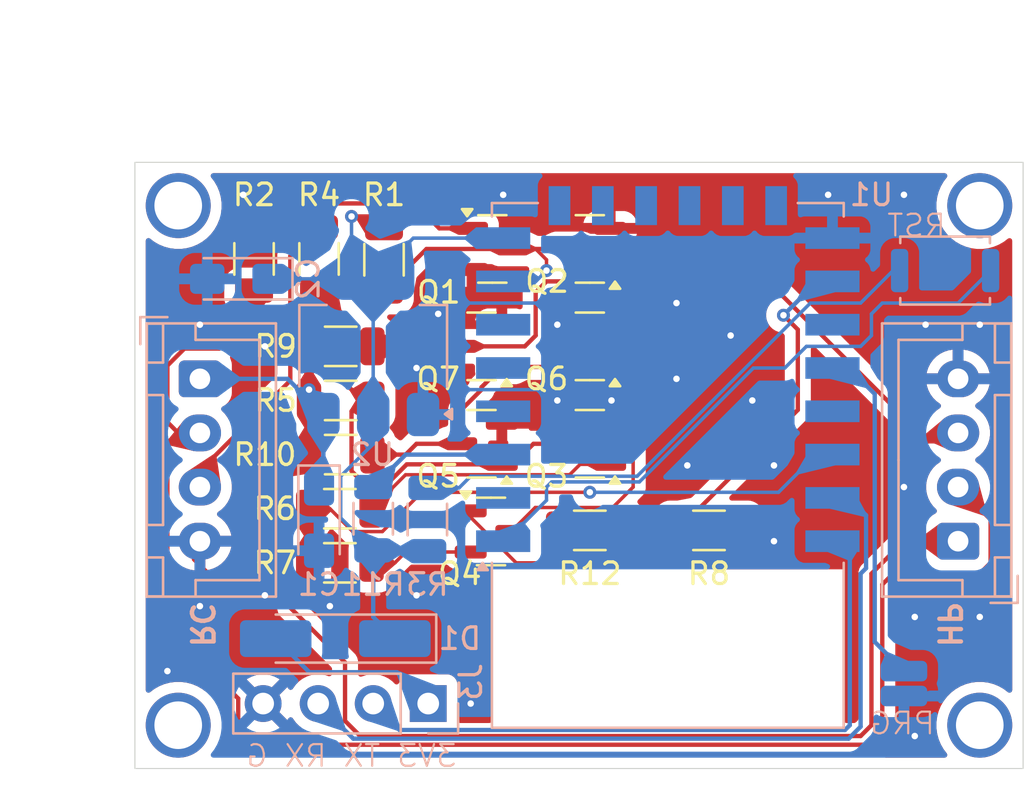
<source format=kicad_pcb>
(kicad_pcb (version 20241229) (generator "pcbnew") (generator_version "9.0")
  (layers (0 "F.Cu" signal) (2 "B.Cu" signal) (13 "F.Paste" user) (15 "B.Paste" user) (5 "F.SilkS" user "F.Silkscreen") (7 "B.SilkS" user "B.Silkscreen") (1 "F.Mask" user) (3 "B.Mask" user) (25 "Edge.Cuts" user))
  (net 0 "")
  (net 1 "GND")
  (net 2 "+5V")
  (net 3 "Net-(D1-A)")
  (net 4 "+3V3")
  (net 5 "Net-(J1-Pin_3)")
  (net 6 "/HP_TX")
  (net 7 "/HP_RX")
  (net 8 "/ESP_PTX")
  (net 9 "/ESP_PRX")
  (net 10 "Net-(Q1-B)")
  (net 11 "/ESP_RX")
  (net 12 "Net-(Q3-B)")
  (net 13 "Net-(Q4-E)")
  (net 14 "Net-(Q4-C)")
  (net 15 "Net-(Q4-B)")
  (net 16 "Net-(Q5-C)")
  (net 17 "/ESP_RTS")
  (net 18 "/ESP_TX")
  (net 19 "Net-(U1-EN)")
  (net 20 "Net-(U1-GPIO0)")
  (net 33 "Net-(Q2-B)")
  (net 34 "Net-(SW2-A)")
  (net 35 "Net-(SW2-B)")
  (footprint "Resistor_SMD:R_1206_3216Metric" (layer "F.Cu") (at 54 40.5 180)
    (property "Reference" "R8" (at 0 -2 0) (layer "F.SilkS"))
    (property "Value" "10k")
    (fp_line (start -0.727064 0.91) (end 0.727064 0.91) (stroke (width 0.12)) (layer "F.SilkS"))
    (fp_line (start -0.727064 -0.91) (end 0.727064 -0.91) (stroke (width 0.12)) (layer "F.SilkS"))
    (pad "1" smd roundrect (at -1.4625 0 180) (size 1.125 1.75) (layers "F.Cu" "F.Mask" "F.Paste") (roundrect_rratio 0.222222) (net 15 "Net-(Q4-B)"))
    (pad "2" smd roundrect (at 1.4625 0 180) (size 1.125 1.75) (layers "F.Cu" "F.Mask" "F.Paste") (roundrect_rratio 0.222222) (net 18 "/ESP_TX"))
  )
  (footprint "Package_TO_SOT_SMD:SOT-23" (layer "F.Cu") (at 43.5 32 180)
    (property "Reference" "Q7" (at 2 -1.5 0) (layer "F.SilkS"))
    (property "Value" "BC847")
    (fp_line (start 0 1.56) (end 0.65 1.56) (stroke (width 0.12)) (layer "F.SilkS"))
    (fp_line (start 0 1.56) (end -0.65 1.56) (stroke (width 0.12)) (layer "F.SilkS"))
    (fp_line (start 0 -1.56) (end 0.65 -1.56) (stroke (width 0.12)) (layer "F.SilkS"))
    (fp_line (start 0 -1.56) (end -0.65 -1.56) (stroke (width 0.12)) (layer "F.SilkS"))
    (fp_poly (pts (xy -1.1625 -1.51) (xy -1.4025 -1.84) (xy -0.9225 -1.84)) (stroke (width 0.12)) (fill yes) (layer "F.SilkS"))
    (pad "1" smd roundrect (at -0.9375 -0.95 180) (size 1.475 0.6) (layers "F.Cu" "F.Mask" "F.Paste") (net 16 "Net-(Q5-C)"))
    (pad "2" smd roundrect (at -0.9375 0.95 180) (size 1.475 0.6) (layers "F.Cu" "F.Mask" "F.Paste") (net 1 "GND"))
    (pad "3" smd roundrect (at 0.9375 0 180) (size 1.475 0.6) (layers "F.Cu" "F.Mask" "F.Paste") (net 7 "/HP_RX"))
  )
  (footprint "Resistor_SMD:R_1206_3216Metric" (layer "F.Cu") (at 36.9625 39.5 180)
    (property "Reference" "R6" (at 3 0 180) (layer "F.SilkS"))
    (property "Value" "1k")
    (fp_line (start -0.727064 0.91) (end 0.727064 0.91) (stroke (width 0.12)) (layer "F.SilkS"))
    (fp_line (start -0.727064 -0.91) (end 0.727064 -0.91) (stroke (width 0.12)) (layer "F.SilkS"))
    (pad "1" smd roundrect (at -1.4625 0 180) (size 1.125 1.75) (layers "F.Cu" "F.Mask" "F.Paste") (roundrect_rratio 0.222222) (net 12 "Net-(Q3-B)"))
    (pad "2" smd roundrect (at 1.4625 0 180) (size 1.125 1.75) (layers "F.Cu" "F.Mask" "F.Paste") (roundrect_rratio 0.222222) (net 17 "/ESP_RTS"))
  )
  (footprint "Resistor_SMD:R_1206_3216Metric" (layer "F.Cu") (at 39 28 -90)
    (property "Reference" "R1" (at -3 0 180) (layer "F.SilkS"))
    (property "Value" "1k")
    (fp_line (start -0.727064 0.91) (end 0.727064 0.91) (stroke (width 0.12)) (layer "F.SilkS"))
    (fp_line (start -0.727064 -0.91) (end 0.727064 -0.91) (stroke (width 0.12)) (layer "F.SilkS"))
    (pad "1" smd roundrect (at -1.4625 0 270) (size 1.125 1.75) (layers "F.Cu" "F.Mask" "F.Paste") (roundrect_rratio 0.222222) (net 4 "+3V3"))
    (pad "2" smd roundrect (at 1.4625 0 270) (size 1.125 1.75) (layers "F.Cu" "F.Mask" "F.Paste") (roundrect_rratio 0.222222) (net 11 "/ESP_RX"))
  )
  (footprint "Package_TO_SOT_SMD:SOT-23" (layer "F.Cu") (at 48.5 27.5 180)
    (property "Reference" "Q2" (at 1.975 -1.5 0) (layer "F.SilkS"))
    (property "Value" "BC847")
    (fp_line (start 0 1.56) (end 0.65 1.56) (stroke (width 0.12)) (layer "F.SilkS"))
    (fp_line (start 0 1.56) (end -0.65 1.56) (stroke (width 0.12)) (layer "F.SilkS"))
    (fp_line (start 0 -1.56) (end 0.65 -1.56) (stroke (width 0.12)) (layer "F.SilkS"))
    (fp_line (start 0 -1.56) (end -0.65 -1.56) (stroke (width 0.12)) (layer "F.SilkS"))
    (fp_poly (pts (xy -1.1625 -1.51) (xy -1.4025 -1.84) (xy -0.9225 -1.84)) (stroke (width 0.12)) (fill yes) (layer "F.SilkS"))
    (pad "1" smd roundrect (at -0.9375 -0.95 180) (size 1.475 0.6) (layers "F.Cu" "F.Mask" "F.Paste") (net 33 "Net-(Q2-B)"))
    (pad "2" smd roundrect (at -0.9375 0.95 180) (size 1.475 0.6) (layers "F.Cu" "F.Mask" "F.Paste") (net 1 "GND"))
    (pad "3" smd roundrect (at 0.9375 0 180) (size 1.475 0.6) (layers "F.Cu" "F.Mask" "F.Paste") (net 11 "/ESP_RX"))
  )
  (footprint "Resistor_SMD:R_1206_3216Metric" (layer "F.Cu") (at 36.9625 42 180)
    (property "Reference" "R7" (at 3 0 180) (layer "F.SilkS"))
    (property "Value" "1k")
    (fp_line (start -0.727064 0.91) (end 0.727064 0.91) (stroke (width 0.12)) (layer "F.SilkS"))
    (fp_line (start -0.727064 -0.91) (end 0.727064 -0.91) (stroke (width 0.12)) (layer "F.SilkS"))
    (pad "1" smd roundrect (at -1.4625 0 180) (size 1.125 1.75) (layers "F.Cu" "F.Mask" "F.Paste") (roundrect_rratio 0.222222) (net 13 "Net-(Q4-E)"))
    (pad "2" smd roundrect (at 1.4625 0 180) (size 1.125 1.75) (layers "F.Cu" "F.Mask" "F.Paste") (roundrect_rratio 0.222222) (net 17 "/ESP_RTS"))
  )
  (footprint "Package_TO_SOT_SMD:SOT-23" (layer "F.Cu") (at 48.5 36.5 180)
    (property "Reference" "Q3" (at 2 -1.5 0) (layer "F.SilkS"))
    (property "Value" "BC847")
    (fp_line (start 0 1.56) (end 0.65 1.56) (stroke (width 0.12)) (layer "F.SilkS"))
    (fp_line (start 0 1.56) (end -0.65 1.56) (stroke (width 0.12)) (layer "F.SilkS"))
    (fp_line (start 0 -1.56) (end 0.65 -1.56) (stroke (width 0.12)) (layer "F.SilkS"))
    (fp_line (start 0 -1.56) (end -0.65 -1.56) (stroke (width 0.12)) (layer "F.SilkS"))
    (fp_poly (pts (xy -1.1625 -1.51) (xy -1.4025 -1.84) (xy -0.9225 -1.84)) (stroke (width 0.12)) (fill yes) (layer "F.SilkS"))
    (pad "1" smd roundrect (at -0.9375 -0.95 180) (size 1.475 0.6) (layers "F.Cu" "F.Mask" "F.Paste") (net 12 "Net-(Q3-B)"))
    (pad "2" smd roundrect (at -0.9375 0.95 180) (size 1.475 0.6) (layers "F.Cu" "F.Mask" "F.Paste") (net 1 "GND"))
    (pad "3" smd roundrect (at 0.9375 0 180) (size 1.475 0.6) (layers "F.Cu" "F.Mask" "F.Paste") (net 33 "Net-(Q2-B)"))
  )
  (footprint "Package_TO_SOT_SMD:SOT-23" (layer "F.Cu") (at 43.9375 40.55)
    (property "Reference" "Q4" (at -1.4375 1.95 0) (layer "F.SilkS"))
    (property "Value" "BC857")
    (fp_line (start 0 -1.56) (end -0.65 -1.56) (stroke (width 0.12)) (layer "F.SilkS"))
    (fp_line (start 0 -1.56) (end 0.65 -1.56) (stroke (width 0.12)) (layer "F.SilkS"))
    (fp_line (start 0 1.56) (end -0.65 1.56) (stroke (width 0.12)) (layer "F.SilkS"))
    (fp_line (start 0 1.56) (end 0.65 1.56) (stroke (width 0.12)) (layer "F.SilkS"))
    (fp_poly (pts (xy -1.1625 -1.51) (xy -1.4025 -1.84) (xy -0.9225 -1.84)) (stroke (width 0.12)) (fill yes) (layer "F.SilkS"))
    (pad "1" smd roundrect (at -0.9375 -0.95) (size 1.475 0.6) (layers "F.Cu" "F.Mask" "F.Paste") (net 15 "Net-(Q4-B)"))
    (pad "2" smd roundrect (at -0.9375 0.95) (size 1.475 0.6) (layers "F.Cu" "F.Mask" "F.Paste") (net 13 "Net-(Q4-E)"))
    (pad "3" smd roundrect (at 0.9375 0) (size 1.475 0.6) (layers "F.Cu" "F.Mask" "F.Paste") (net 14 "Net-(Q4-C)"))
  )
  (footprint "Resistor_SMD:R_1206_3216Metric" (layer "F.Cu") (at 36 27.9625 90)
    (property "Reference" "R4" (at 2.9625 0 180) (layer "F.SilkS"))
    (property "Value" "1k")
    (fp_line (start -0.727064 -0.91) (end 0.727064 -0.91) (stroke (width 0.12)) (layer "F.SilkS"))
    (fp_line (start -0.727064 0.91) (end 0.727064 0.91) (stroke (width 0.12)) (layer "F.SilkS"))
    (pad "1" smd roundrect (at -1.4625 0 90) (size 1.125 1.75) (layers "F.Cu" "F.Mask" "F.Paste") (roundrect_rratio 0.222222) (net 33 "Net-(Q2-B)"))
    (pad "2" smd roundrect (at 1.4625 0 90) (size 1.125 1.75) (layers "F.Cu" "F.Mask" "F.Paste") (roundrect_rratio 0.222222) (net 5 "Net-(J1-Pin_3)"))
  )
  (footprint "Package_TO_SOT_SMD:SOT-23" (layer "F.Cu") (at 48.5 32 180)
    (property "Reference" "Q6" (at 2 -1.5 0) (layer "F.SilkS"))
    (property "Value" "BC847")
    (fp_line (start 0 1.56) (end 0.65 1.56) (stroke (width 0.12)) (layer "F.SilkS"))
    (fp_line (start 0 1.56) (end -0.65 1.56) (stroke (width 0.12)) (layer "F.SilkS"))
    (fp_line (start 0 -1.56) (end 0.65 -1.56) (stroke (width 0.12)) (layer "F.SilkS"))
    (fp_line (start 0 -1.56) (end -0.65 -1.56) (stroke (width 0.12)) (layer "F.SilkS"))
    (fp_poly (pts (xy -1.1625 -1.51) (xy -1.4025 -1.84) (xy -0.9225 -1.84)) (stroke (width 0.12)) (fill yes) (layer "F.SilkS"))
    (pad "1" smd roundrect (at -0.9375 -0.95 180) (size 1.475 0.6) (layers "F.Cu" "F.Mask" "F.Paste") (net 14 "Net-(Q4-C)"))
    (pad "2" smd roundrect (at -0.9375 0.95 180) (size 1.475 0.6) (layers "F.Cu" "F.Mask" "F.Paste") (net 1 "GND"))
    (pad "3" smd roundrect (at 0.9375 0 180) (size 1.475 0.6) (layers "F.Cu" "F.Mask" "F.Paste") (net 16 "Net-(Q5-C)"))
  )
  (footprint "Resistor_SMD:R_1206_3216Metric" (layer "F.Cu") (at 33 27.9625 90)
    (property "Reference" "R2" (at 2.9625 0 180) (layer "F.SilkS"))
    (property "Value" "10k")
    (fp_line (start -0.727064 -0.91) (end 0.727064 -0.91) (stroke (width 0.12)) (layer "F.SilkS"))
    (fp_line (start -0.727064 0.91) (end 0.727064 0.91) (stroke (width 0.12)) (layer "F.SilkS"))
    (pad "1" smd roundrect (at -1.4625 0 90) (size 1.125 1.75) (layers "F.Cu" "F.Mask" "F.Paste") (roundrect_rratio 0.222222) (net 6 "/HP_TX"))
    (pad "2" smd roundrect (at 1.4625 0 90) (size 1.125 1.75) (layers "F.Cu" "F.Mask" "F.Paste") (roundrect_rratio 0.222222) (net 10 "Net-(Q1-B)"))
  )
  (footprint "Resistor_SMD:R_1206_3216Metric" (layer "F.Cu") (at 37 32 180)
    (property "Reference" "R9" (at 3 0 180) (layer "F.SilkS"))
    (property "Value" "10k")
    (fp_line (start -0.727064 0.91) (end 0.727064 0.91) (stroke (width 0.12)) (layer "F.SilkS"))
    (fp_line (start -0.727064 -0.91) (end 0.727064 -0.91) (stroke (width 0.12)) (layer "F.SilkS"))
    (pad "1" smd roundrect (at -1.4625 0 180) (size 1.125 1.75) (layers "F.Cu" "F.Mask" "F.Paste") (roundrect_rratio 0.222222) (net 7 "/HP_RX"))
    (pad "2" smd roundrect (at 1.4625 0 180) (size 1.125 1.75) (layers "F.Cu" "F.Mask" "F.Paste") (roundrect_rratio 0.222222) (net 2 "+5V"))
  )
  (footprint "Package_TO_SOT_SMD:SOT-23" (layer "F.Cu") (at 44 27.5)
    (property "Reference" "Q1" (at -2.475 2 0) (layer "F.SilkS"))
    (property "Value" "BC847")
    (fp_line (start 0 -1.56) (end -0.65 -1.56) (stroke (width 0.12)) (layer "F.SilkS"))
    (fp_line (start 0 -1.56) (end 0.65 -1.56) (stroke (width 0.12)) (layer "F.SilkS"))
    (fp_line (start 0 1.56) (end -0.65 1.56) (stroke (width 0.12)) (layer "F.SilkS"))
    (fp_line (start 0 1.56) (end 0.65 1.56) (stroke (width 0.12)) (layer "F.SilkS"))
    (fp_poly (pts (xy -1.1625 -1.51) (xy -1.4025 -1.84) (xy -0.9225 -1.84)) (stroke (width 0.12)) (fill yes) (layer "F.SilkS"))
    (pad "1" smd roundrect (at -0.9375 -0.95) (size 1.475 0.6) (layers "F.Cu" "F.Mask" "F.Paste") (net 10 "Net-(Q1-B)"))
    (pad "2" smd roundrect (at -0.9375 0.95) (size 1.475 0.6) (layers "F.Cu" "F.Mask" "F.Paste") (net 1 "GND"))
    (pad "3" smd roundrect (at 0.9375 0) (size 1.475 0.6) (layers "F.Cu" "F.Mask" "F.Paste") (net 11 "/ESP_RX"))
  )
  (footprint "Resistor_SMD:R_1206_3216Metric" (layer "F.Cu") (at 48.5 40.5 180)
    (property "Reference" "R12" (at 0 -2 0) (layer "F.SilkS"))
    (property "Value" "10k")
    (fp_line (start -0.727064 0.91) (end 0.727064 0.91) (stroke (width 0.12)) (layer "F.SilkS"))
    (fp_line (start -0.727064 -0.91) (end 0.727064 -0.91) (stroke (width 0.12)) (layer "F.SilkS"))
    (pad "1" smd roundrect (at -1.4625 0 180) (size 1.125 1.75) (layers "F.Cu" "F.Mask" "F.Paste") (roundrect_rratio 0.222222) (net 1 "GND"))
    (pad "2" smd roundrect (at 1.4625 0 180) (size 1.125 1.75) (layers "F.Cu" "F.Mask" "F.Paste") (roundrect_rratio 0.222222) (net 18 "/ESP_TX"))
  )
  (footprint "Resistor_SMD:R_1206_3216Metric" (layer "F.Cu") (at 37 37 180)
    (property "Reference" "R10" (at 3.5 0 180) (layer "F.SilkS"))
    (property "Value" "10k")
    (fp_line (start -0.727064 0.91) (end 0.727064 0.91) (stroke (width 0.12)) (layer "F.SilkS"))
    (fp_line (start -0.727064 -0.91) (end 0.727064 -0.91) (stroke (width 0.12)) (layer "F.SilkS"))
    (pad "1" smd roundrect (at -1.4625 0 180) (size 1.125 1.75) (layers "F.Cu" "F.Mask" "F.Paste") (roundrect_rratio 0.222222) (net 16 "Net-(Q5-C)"))
    (pad "2" smd roundrect (at 1.4625 0 180) (size 1.125 1.75) (layers "F.Cu" "F.Mask" "F.Paste") (roundrect_rratio 0.222222) (net 2 "+5V"))
  )
  (footprint "Resistor_SMD:R_1206_3216Metric" (layer "F.Cu") (at 37 34.5)
    (property "Reference" "R5" (at -3 0 180) (layer "F.SilkS"))
    (property "Value" "20k")
    (fp_line (start -0.727064 -0.91) (end 0.727064 -0.91) (stroke (width 0.12)) (layer "F.SilkS"))
    (fp_line (start -0.727064 0.91) (end 0.727064 0.91) (stroke (width 0.12)) (layer "F.SilkS"))
    (pad "1" smd roundrect (at -1.4625 0) (size 1.125 1.75) (layers "F.Cu" "F.Mask" "F.Paste") (roundrect_rratio 0.222222) (net 2 "+5V"))
    (pad "2" smd roundrect (at 1.4625 0) (size 1.125 1.75) (layers "F.Cu" "F.Mask" "F.Paste") (roundrect_rratio 0.222222) (net 33 "Net-(Q2-B)"))
  )
  (footprint "Package_TO_SOT_SMD:SOT-23" (layer "F.Cu") (at 43.5 36.5 180)
    (property "Reference" "Q5" (at 2 -1.5 0) (layer "F.SilkS"))
    (property "Value" "BC847")
    (fp_line (start 0 1.56) (end 0.65 1.56) (stroke (width 0.12)) (layer "F.SilkS"))
    (fp_line (start 0 1.56) (end -0.65 1.56) (stroke (width 0.12)) (layer "F.SilkS"))
    (fp_line (start 0 -1.56) (end 0.65 -1.56) (stroke (width 0.12)) (layer "F.SilkS"))
    (fp_line (start 0 -1.56) (end -0.65 -1.56) (stroke (width 0.12)) (layer "F.SilkS"))
    (fp_poly (pts (xy -1.1625 -1.51) (xy -1.4025 -1.84) (xy -0.9225 -1.84)) (stroke (width 0.12)) (fill yes) (layer "F.SilkS"))
    (pad "1" smd roundrect (at -0.9375 -0.95 180) (size 1.475 0.6) (layers "F.Cu" "F.Mask" "F.Paste") (net 33 "Net-(Q2-B)"))
    (pad "2" smd roundrect (at -0.9375 0.95 180) (size 1.475 0.6) (layers "F.Cu" "F.Mask" "F.Paste") (net 1 "GND"))
    (pad "3" smd roundrect (at 0.9375 0 180) (size 1.475 0.6) (layers "F.Cu" "F.Mask" "F.Paste") (net 16 "Net-(Q5-C)"))
  )
  (footprint "Resistor_SMD:R_0508_1220Metric" (layer "B.Cu") (at 63 47.575 -90)
    (property "Reference" "SW1" (hide yes))
    (property "Value" "Flash")
    (pad "1" smd roundrect (at -0.575 0 270) (size 0.95 2.15) (layers "B.Cu" "B.Mask" "B.Paste") (net 20 "Net-(U1-GPIO0)"))
    (pad "2" smd roundrect (at 0.575 0 270) (size 0.95 2.15) (layers "B.Cu" "B.Mask" "B.Paste") (net 1 "GND"))
  )
  (footprint "Button_Switch_SMD:SW_Push_SPST_NO_Alps_SKRK" (layer "B.Cu") (at 64.9 28.5)
    (property "Reference" "SW2" (hide yes))
    (property "Value" "RESET")
    (fp_line (start -2.07 -1.57) (end -2.07 -1.27) (stroke (width 0.12)) (layer "B.SilkS"))
    (fp_line (start -2.07 1.27) (end -2.07 1.57) (stroke (width 0.12)) (layer "B.SilkS"))
    (fp_line (start -2.07 1.57) (end 2.07 1.57) (stroke (width 0.12)) (layer "B.SilkS"))
    (fp_line (start 2.07 -1.57) (end -2.07 -1.57) (stroke (width 0.12)) (layer "B.SilkS"))
    (fp_line (start 2.07 -1.27) (end 2.07 -1.57) (stroke (width 0.12)) (layer "B.SilkS"))
    (fp_line (start 2.07 1.57) (end 2.07 1.27) (stroke (width 0.12)) (layer "B.SilkS"))
    (pad "1" smd roundrect (at -2.1 0) (size 0.8 2) (layers "B.Cu" "B.Mask" "B.Paste") (net 34 "Net-(SW2-A)"))
    (pad "2" smd roundrect (at 2.1 0) (size 0.8 2) (layers "B.Cu" "B.Mask" "B.Paste") (net 35 "Net-(SW2-B)"))
  )
  (footprint "Connector_PinHeader_2.54mm:PinHeader_1x04_P2.54mm_Vertical" (layer "B.Cu") (at 41.04 48.5 90)
    (property "Reference" "J3" (at 1 1.96 90) (layer "B.SilkS") (effects (justify mirror)))
    (property "Value" "ESP_PROG")
    (fp_line (start -1.38 -9) (end 1.38 -9) (stroke (width 0.12)) (layer "B.SilkS"))
    (fp_line (start 1.38 -1.27) (end 1.38 -9) (stroke (width 0.12)) (layer "B.SilkS"))
    (fp_line (start -1.38 -1.27) (end -1.38 -9) (stroke (width 0.12)) (layer "B.SilkS"))
    (fp_line (start -1.38 -1.27) (end 1.38 -1.27) (stroke (width 0.12)) (layer "B.SilkS"))
    (fp_line (start -1.38 0) (end -1.38 1.38) (stroke (width 0.12)) (layer "B.SilkS"))
    (fp_line (start -1.38 1.38) (end 0 1.38) (stroke (width 0.12)) (layer "B.SilkS"))
    (pad "1" thru_hole rect (at 0 0 90) (size 1.7 1.7) (drill 1) (layers "*.Cu" "*.Mask") (net 3 "Net-(D1-A)"))
    (pad "2" thru_hole circle (at 0 -2.54 90) (size 1.7 1.7) (drill 1) (layers "*.Cu" "*.Mask") (net 8 "/ESP_PTX"))
    (pad "3" thru_hole circle (at 0 -5.08 90) (size 1.7 1.7) (drill 1) (layers "*.Cu" "*.Mask") (net 9 "/ESP_PRX"))
    (pad "4" thru_hole circle (at 0 -7.62 90) (size 1.7 1.7) (drill 1) (layers "*.Cu" "*.Mask") (net 1 "GND"))
  )
  (footprint "Resistor_SMD:R_1206_3216Metric" (layer "B.Cu") (at 38.5 39.9625 -90)
    (property "Reference" "R11" (at 3.0375 0 180) (layer "B.SilkS") (effects (justify mirror)))
    (property "Value" "1k")
    (fp_line (start -0.727064 0.91) (end 0.727064 0.91) (stroke (width 0.12)) (layer "B.SilkS"))
    (fp_line (start -0.727064 -0.91) (end 0.727064 -0.91) (stroke (width 0.12)) (layer "B.SilkS"))
    (pad "1" smd roundrect (at -1.4625 0 270) (size 1.125 1.75) (layers "B.Cu" "B.Mask" "B.Paste") (roundrect_rratio 0.222222) (net 19 "Net-(U1-EN)"))
    (pad "2" smd roundrect (at 1.4625 0 270) (size 1.125 1.75) (layers "B.Cu" "B.Mask" "B.Paste") (roundrect_rratio 0.222222) (net 4 "+3V3"))
  )
  (footprint "Connector_JST:JST_XH_B4B-XH-A_1x04_P2.50mm_Vertical" (layer "B.Cu") (at 30.5 33.5 -90)
    (property "Reference" "J1" (hide yes))
    (property "Value" "RC_CABLE")
    (fp_line (start -2.85 2.75) (end -2.85 1.5) (stroke (width 0.12)) (layer "B.SilkS"))
    (fp_line (start -1.6 2.75) (end -2.85 2.75) (stroke (width 0.12)) (layer "B.SilkS"))
    (fp_line (start -2.56 2.46) (end -2.56 -3.51) (stroke (width 0.12)) (layer "B.SilkS"))
    (fp_line (start 10.06 2.46) (end -2.56 2.46) (stroke (width 0.12)) (layer "B.SilkS"))
    (fp_line (start -2.55 2.45) (end -2.55 1.7) (stroke (width 0.12)) (layer "B.SilkS"))
    (fp_line (start -0.75 2.45) (end -2.55 2.45) (stroke (width 0.12)) (layer "B.SilkS"))
    (fp_line (start 0.75 2.45) (end 0.75 1.7) (stroke (width 0.12)) (layer "B.SilkS"))
    (fp_line (start 6.75 2.45) (end 0.75 2.45) (stroke (width 0.12)) (layer "B.SilkS"))
    (fp_line (start 8.25 2.45) (end 8.25 1.7) (stroke (width 0.12)) (layer "B.SilkS"))
    (fp_line (start 10.05 2.45) (end 8.25 2.45) (stroke (width 0.12)) (layer "B.SilkS"))
    (fp_line (start -2.55 1.7) (end -0.75 1.7) (stroke (width 0.12)) (layer "B.SilkS"))
    (fp_line (start -0.75 1.7) (end -0.75 2.45) (stroke (width 0.12)) (layer "B.SilkS"))
    (fp_line (start 0.75 1.7) (end 6.75 1.7) (stroke (width 0.12)) (layer "B.SilkS"))
    (fp_line (start 6.75 1.7) (end 6.75 2.45) (stroke (width 0.12)) (layer "B.SilkS"))
    (fp_line (start 8.25 1.7) (end 10.05 1.7) (stroke (width 0.12)) (layer "B.SilkS"))
    (fp_line (start 10.05 1.7) (end 10.05 2.45) (stroke (width 0.12)) (layer "B.SilkS"))
    (fp_line (start -2.55 0.2) (end -1.8 0.2) (stroke (width 0.12)) (layer "B.SilkS"))
    (fp_line (start -1.8 0.2) (end -1.8 -2.75) (stroke (width 0.12)) (layer "B.SilkS"))
    (fp_line (start 9.3 0.2) (end 9.3 -2.75) (stroke (width 0.12)) (layer "B.SilkS"))
    (fp_line (start 10.05 0.2) (end 9.3 0.2) (stroke (width 0.12)) (layer "B.SilkS"))
    (fp_line (start -1.8 -2.75) (end 3.75 -2.75) (stroke (width 0.12)) (layer "B.SilkS"))
    (fp_line (start 9.3 -2.75) (end 3.75 -2.75) (stroke (width 0.12)) (layer "B.SilkS"))
    (fp_line (start -2.56 -3.51) (end 10.06 -3.51) (stroke (width 0.12)) (layer "B.SilkS"))
    (fp_line (start 10.06 -3.51) (end 10.06 2.46) (stroke (width 0.12)) (layer "B.SilkS"))
    (pad "1" thru_hole roundrect (at 0 0 270) (size 1.7 1.95) (drill 0.95) (layers "*.Cu" "*.Mask") (roundrect_rratio 0.147059) (net 2 "+5V"))
    (pad "2" thru_hole oval (at 2.5 0 270) (size 1.7 1.95) (drill 0.95) (layers "*.Cu" "*.Mask") (net 6 "/HP_TX"))
    (pad "3" thru_hole oval (at 5 0 270) (size 1.7 1.95) (drill 0.95) (layers "*.Cu" "*.Mask") (net 5 "Net-(J1-Pin_3)"))
    (pad "4" thru_hole oval (at 7.5 0 270) (size 1.7 1.95) (drill 0.95) (layers "*.Cu" "*.Mask") (net 1 "GND"))
  )
  (footprint "Connector_JST:JST_XH_B4B-XH-A_1x04_P2.50mm_Vertical" (layer "B.Cu") (at 65.5 41 90)
    (property "Reference" "J2" (hide yes))
    (property "Value" "HP_CABLE")
    (fp_line (start 10.06 -3.51) (end 10.06 2.46) (stroke (width 0.12)) (layer "B.SilkS"))
    (fp_line (start -2.56 -3.51) (end 10.06 -3.51) (stroke (width 0.12)) (layer "B.SilkS"))
    (fp_line (start 9.3 -2.75) (end 3.75 -2.75) (stroke (width 0.12)) (layer "B.SilkS"))
    (fp_line (start -1.8 -2.75) (end 3.75 -2.75) (stroke (width 0.12)) (layer "B.SilkS"))
    (fp_line (start 10.05 0.2) (end 9.3 0.2) (stroke (width 0.12)) (layer "B.SilkS"))
    (fp_line (start 9.3 0.2) (end 9.3 -2.75) (stroke (width 0.12)) (layer "B.SilkS"))
    (fp_line (start -1.8 0.2) (end -1.8 -2.75) (stroke (width 0.12)) (layer "B.SilkS"))
    (fp_line (start -2.55 0.2) (end -1.8 0.2) (stroke (width 0.12)) (layer "B.SilkS"))
    (fp_line (start 10.05 1.7) (end 10.05 2.45) (stroke (width 0.12)) (layer "B.SilkS"))
    (fp_line (start 8.25 1.7) (end 10.05 1.7) (stroke (width 0.12)) (layer "B.SilkS"))
    (fp_line (start 6.75 1.7) (end 6.75 2.45) (stroke (width 0.12)) (layer "B.SilkS"))
    (fp_line (start 0.75 1.7) (end 6.75 1.7) (stroke (width 0.12)) (layer "B.SilkS"))
    (fp_line (start -0.75 1.7) (end -0.75 2.45) (stroke (width 0.12)) (layer "B.SilkS"))
    (fp_line (start -2.55 1.7) (end -0.75 1.7) (stroke (width 0.12)) (layer "B.SilkS"))
    (fp_line (start 10.05 2.45) (end 8.25 2.45) (stroke (width 0.12)) (layer "B.SilkS"))
    (fp_line (start 8.25 2.45) (end 8.25 1.7) (stroke (width 0.12)) (layer "B.SilkS"))
    (fp_line (start 6.75 2.45) (end 0.75 2.45) (stroke (width 0.12)) (layer "B.SilkS"))
    (fp_line (start 0.75 2.45) (end 0.75 1.7) (stroke (width 0.12)) (layer "B.SilkS"))
    (fp_line (start -0.75 2.45) (end -2.55 2.45) (stroke (width 0.12)) (layer "B.SilkS"))
    (fp_line (start -2.55 2.45) (end -2.55 1.7) (stroke (width 0.12)) (layer "B.SilkS"))
    (fp_line (start 10.06 2.46) (end -2.56 2.46) (stroke (width 0.12)) (layer "B.SilkS"))
    (fp_line (start -2.56 2.46) (end -2.56 -3.51) (stroke (width 0.12)) (layer "B.SilkS"))
    (fp_line (start -1.6 2.75) (end -2.85 2.75) (stroke (width 0.12)) (layer "B.SilkS"))
    (fp_line (start -2.85 2.75) (end -2.85 1.5) (stroke (width 0.12)) (layer "B.SilkS"))
    (pad "1" thru_hole roundrect (at 0 0 90) (size 1.7 1.95) (drill 0.95) (layers "*.Cu" "*.Mask") (roundrect_rratio 0.147059) (net 2 "+5V"))
    (pad "2" thru_hole oval (at 2.5 0 90) (size 1.7 1.95) (drill 0.95) (layers "*.Cu" "*.Mask") (net 6 "/HP_TX"))
    (pad "3" thru_hole oval (at 5 0 90) (size 1.7 1.95) (drill 0.95) (layers "*.Cu" "*.Mask") (net 7 "/HP_RX"))
    (pad "4" thru_hole oval (at 7.5 0 90) (size 1.7 1.95) (drill 0.95) (layers "*.Cu" "*.Mask") (net 1 "GND"))
  )
  (footprint "Diode_SMD:D_MiniMELF_Handsoldering" (layer "B.Cu") (at 36.75 45.5 180)
    (property "Reference" "D1" (at -5.75 0 0) (layer "B.SilkS") (effects (justify mirror)))
    (property "Value" "D_Schottky_Small")
    (fp_line (start 2.75 1.11) (end -4.66 1.11) (stroke (width 0.12)) (layer "B.SilkS"))
    (fp_line (start -4.66 1.11) (end -4.66 -1.11) (stroke (width 0.12)) (layer "B.SilkS"))
    (fp_line (start -4.66 -1.11) (end 2.75 -1.11) (stroke (width 0.12)) (layer "B.SilkS"))
    (pad "1" smd roundrect (at -2.75 0 180) (size 3.3 1.7) (layers "B.Cu" "B.Mask" "B.Paste") (roundrect_rratio 0.1470588235) (net 4 "+3V3"))
    (pad "2" smd roundrect (at 2.75 0 180) (size 3.3 1.7) (layers "B.Cu" "B.Mask" "B.Paste") (roundrect_rratio 0.1470588235) (net 3 "Net-(D1-A)"))
  )
  (footprint "Capacitor_Tantalum_SMD:CP_EIA-3216-10_Kemet-I_HandSolder" (layer "B.Cu") (at 32.279329 28.88153 180)
    (property "Reference" "C2" (at -3.220671 0 90) (layer "B.SilkS") (effects (justify mirror)))
    (property "Value" "10u")
    (fp_line (start 1.6 0.955) (end -2.495 0.955) (stroke (width 0.12)) (layer "B.SilkS"))
    (fp_line (start -2.495 0.955) (end -2.495 -0.955) (stroke (width 0.12)) (layer "B.SilkS"))
    (fp_line (start -2.495 -0.955) (end 1.6 -0.955) (stroke (width 0.12)) (layer "B.SilkS"))
    (pad "1" smd roundrect (at -1.44 0 180) (size 1.59 1.39) (layers "B.Cu" "B.Mask" "B.Paste") (roundrect_rratio 0.179856) (net 4 "+3V3"))
    (pad "2" smd roundrect (at 1.44 0 180) (size 1.59 1.39) (layers "B.Cu" "B.Mask" "B.Paste") (roundrect_rratio 0.179856) (net 1 "GND"))
  )
  (footprint "Package_TO_SOT_SMD:SOT-223-3_TabPin2" (layer "B.Cu") (at 38.5 32 90)
    (property "Reference" "U2" (at -5 -0.0385 0) (layer "B.SilkS") (effects (justify mirror)))
    (property "Value" "AMS1117-3.3")
    (fp_line (start 1.91 -3.41) (end 1.91 -2.15) (stroke (width 0.12)) (layer "B.SilkS"))
    (fp_line (start -1.85 -3.41) (end 1.91 -3.41) (stroke (width 0.12)) (layer "B.SilkS"))
    (fp_line (start 1.91 3.41) (end 1.91 2.15) (stroke (width 0.12)) (layer "B.SilkS"))
    (fp_line (start -1.85 3.41) (end 1.91 3.41) (stroke (width 0.12)) (layer "B.SilkS"))
    (fp_poly (pts (xy -3.13 3.31) (xy -3.37 3.64) (xy -2.89 3.64) (xy -3.13 3.31)) (stroke (width 0.12)) (fill yes) (layer "B.SilkS"))
    (pad "1" smd roundrect (at -3.15 2.3 90) (size 2 1.5) (layers "B.Cu" "B.Mask" "B.Paste") (net 1 "GND"))
    (pad "2" smd roundrect (at -3.15 0 90) (size 2 1.5) (layers "B.Cu" "B.Mask" "B.Paste") (net 4 "+3V3"))
    (pad "2" smd roundrect (at 3.15 0 90) (size 2 3.8) (layers "B.Cu" "B.Mask" "B.Paste") (net 4 "+3V3"))
    (pad "3" smd roundrect (at -3.15 -2.3 90) (size 2 1.5) (layers "B.Cu" "B.Mask" "B.Paste") (net 2 "+5V"))
  )
  (footprint "Resistor_SMD:R_1206_3216Metric" (layer "B.Cu") (at 41 40 -90)
    (property "Reference" "R3" (at 3 0 180) (layer "B.SilkS") (effects (justify mirror)))
    (property "Value" "1k")
    (fp_line (start -0.727064 0.91) (end 0.727064 0.91) (stroke (width 0.12)) (layer "B.SilkS"))
    (fp_line (start -0.727064 -0.91) (end 0.727064 -0.91) (stroke (width 0.12)) (layer "B.SilkS"))
    (pad "1" smd roundrect (at -1.4625 0 270) (size 1.125 1.75) (layers "B.Cu" "B.Mask" "B.Paste") (roundrect_rratio 0.222222) (net 34 "Net-(SW2-A)"))
    (pad "2" smd roundrect (at 1.4625 0 270) (size 1.125 1.75) (layers "B.Cu" "B.Mask" "B.Paste") (roundrect_rratio 0.222222) (net 4 "+3V3"))
  )
  (footprint "Capacitor_Tantalum_SMD:CP_EIA-3216-10_Kemet-I_HandSolder" (layer "B.Cu") (at 36 40 -90)
    (property "Reference" "C1" (at 3 0 180) (layer "B.SilkS") (effects (justify mirror)))
    (property "Value" "10u")
    (fp_line (start -2.495 0.955) (end -2.495 -0.955) (stroke (width 0.12)) (layer "B.SilkS"))
    (fp_line (start 1.6 0.955) (end -2.495 0.955) (stroke (width 0.12)) (layer "B.SilkS"))
    (fp_line (start -2.495 -0.955) (end 1.6 -0.955) (stroke (width 0.12)) (layer "B.SilkS"))
    (pad "1" smd roundrect (at -1.44 0 270) (size 1.59 1.39) (layers "B.Cu" "B.Mask" "B.Paste") (roundrect_rratio 0.179856) (net 2 "+5V"))
    (pad "2" smd roundrect (at 1.44 0 270) (size 1.59 1.39) (layers "B.Cu" "B.Mask" "B.Paste") (roundrect_rratio 0.179856) (net 1 "GND"))
  )
  (footprint "RF_Module:ESP-12E" (layer "B.Cu") (at 52.1 37.5)
    (property "Reference" "U1" (at 9.4 -12.5 0) (layer "B.SilkS") (effects (justify mirror)))
    (property "Value" "ESP-12E")
    (fp_line (start -8.12 -12.12) (end -8.12 -11.5) (stroke (width 0.12)) (layer "B.SilkS"))
    (fp_line (start -8.12 4.5) (end -8.12 12.12) (stroke (width 0.12)) (layer "B.SilkS"))
    (fp_line (start -8.12 12.12) (end 8.12 12.12) (stroke (width 0.12)) (layer "B.SilkS"))
    (fp_line (start -6 -12.12) (end -8.12 -12.12) (stroke (width 0.12)) (layer "B.SilkS"))
    (fp_line (start 8.12 -12.12) (end 6 -12.12) (stroke (width 0.12)) (layer "B.SilkS"))
    (fp_line (start 8.12 -11.5) (end 8.12 -12.12) (stroke (width 0.12)) (layer "B.SilkS"))
    (fp_line (start 8.12 12.12) (end 8.12 4.5) (stroke (width 0.12)) (layer "B.SilkS"))
    (fp_poly (pts (xy -8.55 4.5) (xy -8.79 4.836) (xy -8.31 4.836) (xy -8.55 4.5)) (stroke (width 0.12)) (fill yes) (layer "B.SilkS"))
    (pad "1" smd rect (at -7.6 3.5) (size 2.5 1) (layers "B.Cu" "B.Mask" "B.Paste") (net 35 "Net-(SW2-B)"))
    (pad "2" smd rect (at -7.6 1.5) (size 2.5 1) (layers "B.Cu" "B.Mask" "B.Paste"))
    (pad "3" smd rect (at -7.6 -0.5) (size 2.5 1) (layers "B.Cu" "B.Mask" "B.Paste") (net 19 "Net-(U1-EN)"))
    (pad "4" smd rect (at -7.6 -2.5) (size 2.5 1) (layers "B.Cu" "B.Mask" "B.Paste"))
    (pad "5" smd rect (at -7.6 -4.5) (size 2.5 1) (layers "B.Cu" "B.Mask" "B.Paste"))
    (pad "6" smd rect (at -7.6 -6.5) (size 2.5 1) (layers "B.Cu" "B.Mask" "B.Paste"))
    (pad "7" smd rect (at -7.6 -8.5) (size 2.5 1) (layers "B.Cu" "B.Mask" "B.Paste") (net 11 "/ESP_RX"))
    (pad "8" smd rect (at -7.6 -10.5) (size 2.5 1) (layers "B.Cu" "B.Mask" "B.Paste") (net 4 "+3V3"))
    (pad "9" smd rect (at -5 -12) (size 1 1.8) (layers "B.Cu" "B.Mask" "B.Paste"))
    (pad "10" smd rect (at -3 -12) (size 1 1.8) (layers "B.Cu" "B.Mask" "B.Paste"))
    (pad "11" smd rect (at -1 -12) (size 1 1.8) (layers "B.Cu" "B.Mask" "B.Paste"))
    (pad "12" smd rect (at 1 -12) (size 1 1.8) (layers "B.Cu" "B.Mask" "B.Paste"))
    (pad "13" smd rect (at 3 -12) (size 1 1.8) (layers "B.Cu" "B.Mask" "B.Paste"))
    (pad "14" smd rect (at 5 -12) (size 1 1.8) (layers "B.Cu" "B.Mask" "B.Paste"))
    (pad "15" smd rect (at 7.6 -10.5) (size 2.5 1) (layers "B.Cu" "B.Mask" "B.Paste") (net 1 "GND"))
    (pad "16" smd rect (at 7.6 -8.5) (size 2.5 1) (layers "B.Cu" "B.Mask" "B.Paste") (net 18 "/ESP_TX"))
    (pad "17" smd rect (at 7.6 -6.5) (size 2.5 1) (layers "B.Cu" "B.Mask" "B.Paste"))
    (pad "18" smd rect (at 7.6 -4.5) (size 2.5 1) (layers "B.Cu" "B.Mask" "B.Paste") (net 20 "Net-(U1-GPIO0)"))
    (pad "19" smd rect (at 7.6 -2.5) (size 2.5 1) (layers "B.Cu" "B.Mask" "B.Paste"))
    (pad "20" smd rect (at 7.6 -0.5) (size 2.5 1) (layers "B.Cu" "B.Mask" "B.Paste") (net 17 "/ESP_RTS"))
    (pad "21" smd rect (at 7.6 1.5) (size 2.5 1) (layers "B.Cu" "B.Mask" "B.Paste") (net 9 "/ESP_PRX"))
    (pad "22" smd rect (at 7.6 3.5) (size 2.5 1) (layers "B.Cu" "B.Mask" "B.Paste") (net 8 "/ESP_PTX"))
    (zone (net 0) (net_name "") (layers "F.Cu" "B.Cu") (connect_pads (clearance 0)) (min_thickness 0.254)
      (keepout (tracks not_allowed) (vias not_allowed) (pads not_allowed) (copperpour not_allowed) (footprints not_allowed))
      (fill (thermal_gap 0.508) (thermal_bridge_width 0.508))
      (polygon (pts (xy 43.98 42.3) (xy 60.22 42.3) (xy 60.22 49.62) (xy 43.98 49.62)))
    )
  )
  (gr_rect (start 27.5 23.5) (end 68.5 51.5) (stroke (width 0.05)) (fill no) (layer "Edge.Cuts"))
  (gr_text "RST" (at 65 27 0) (layer "B.SilkS") (effects (font (size 1 1) (thickness 0.1)) (justify left bottom mirror)))
  (gr_text "RC" (at 30 46 270) (layer "B.SilkS") (effects (font (size 1 1) (thickness 0.2) (bold yes)) (justify left bottom mirror)))
  (gr_text "HP" (at 64.5 46 270) (layer "B.SilkS") (effects (font (size 1 1) (thickness 0.2) (bold yes)) (justify left bottom mirror)))
  (gr_text "3V3 TX RX G" (at 37.5 51.5 0) (layer "B.SilkS") (effects (font (size 1 1) (thickness 0.1)) (justify bottom mirror)))
  (gr_text "PRG" (at 64.5 50 0) (layer "B.SilkS") (effects (font (size 1 1) (thickness 0.1)) (justify left bottom mirror)))
  (via (at 29.5 25.5) (size 3) (drill 2.2) (layers "F.Cu" "B.Cu") (net 0))
  (via (at 66.5 49.5) (size 3) (drill 2.2) (layers "F.Cu" "B.Cu") (net 0))
  (via (at 29.5 49.5) (size 3) (drill 2.2) (layers "F.Cu" "B.Cu") (net 0))
  (via (at 66.5 25.5) (size 3) (drill 2.2) (layers "F.Cu" "B.Cu") (net 0))
  (segment (start 30.224 41.83516) (end 31.88884 43.5) (width 0.2) (layer "F.Cu") (net 1))
  (segment (start 31.88884 43.5) (end 33.5 43.5) (width 0.2) (layer "F.Cu") (net 1))
  (via (at 49.5 34.5) (size 0.6) (drill 0.3) (layers "F.Cu" "B.Cu") (net 1))
  (via (at 66.5 31) (size 0.6) (drill 0.3) (layers "F.Cu" "B.Cu") (net 1))
  (via (at 55 31.5) (size 0.6) (drill 0.3) (layers "F.Cu" "B.Cu") (net 1))
  (via (at 40.5 33) (size 0.6) (drill 0.3) (layers "F.Cu" "B.Cu") (net 1))
  (via (at 59.5 25) (size 0.6) (drill 0.3) (layers "F.Cu" "B.Cu") (net 1))
  (via (at 63 25) (size 0.6) (drill 0.3) (layers "F.Cu" "B.Cu") (net 1))
  (via (at 33.5 43.5) (size 0.6) (drill 0.3) (layers "F.Cu" "B.Cu") (net 1))
  (via (at 53 37.5) (size 0.6) (drill 0.3) (layers "F.Cu" "B.Cu") (net 1))
  (via (at 64 31) (size 0.6) (drill 0.3) (layers "F.Cu" "B.Cu") (net 1))
  (via (at 36.5 44) (size 0.6) (drill 0.3) (layers "F.Cu" "B.Cu") (net 1))
  (via (at 43 48.5) (size 0.6) (drill 0.3) (layers "F.Cu" "B.Cu") (net 1))
  (via (at 44.5 25) (size 0.6) (drill 0.3) (layers "F.Cu" "B.Cu") (net 1))
  (via (at 41.5 30.5) (size 0.6) (drill 0.3) (layers "F.Cu" "B.Cu") (net 1))
  (via (at 30.5 31) (size 0.6) (drill 0.3) (layers "F.Cu" "B.Cu") (net 1))
  (via (at 29 47) (size 0.6) (drill 0.3) (layers "F.Cu" "B.Cu") (net 1))
  (via (at 63.5 44.5) (size 0.6) (drill 0.3) (layers "F.Cu" "B.Cu") (net 1))
  (via (at 63 38.5) (size 0.6) (drill 0.3) (layers "F.Cu" "B.Cu") (net 1))
  (via (at 57 41) (size 0.6) (drill 0.3) (layers "F.Cu" "B.Cu") (net 1))
  (via (at 33.5 32) (size 0.6) (drill 0.3) (layers "F.Cu" "B.Cu") (net 1))
  (via (at 47 34.5) (size 0.6) (drill 0.3) (layers "F.Cu" "B.Cu") (net 1))
  (via (at 52.5 30) (size 0.6) (drill 0.3) (layers "F.Cu" "B.Cu") (net 1))
  (via (at 66.5 44.5) (size 0.6) (drill 0.3) (layers "F.Cu" "B.Cu") (net 1))
  (via (at 40.5 43.5) (size 0.6) (drill 0.3) (layers "F.Cu" "B.Cu") (net 1))
  (via (at 32.5 25) (size 0.6) (drill 0.3) (layers "F.Cu" "B.Cu") (net 1))
  (via (at 30.5 44) (size 0.6) (drill 0.3) (layers "F.Cu" "B.Cu") (net 1))
  (via (at 63.5 50) (size 0.6) (drill 0.3) (layers "F.Cu" "B.Cu") (net 1))
  (via (at 47 31) (size 0.6) (drill 0.3) (layers "F.Cu" "B.Cu") (net 1))
  (via (at 57 37.5) (size 0.6) (drill 0.3) (layers "F.Cu" "B.Cu") (net 1))
  (via (at 52.5 33.5) (size 0.6) (drill 0.3) (layers "F.Cu" "B.Cu") (net 1))
  (via (at 56 34.5) (size 0.6) (drill 0.3) (layers "F.Cu" "B.Cu") (net 1))
  (segment (start 46.5 34) (end 47 34.5) (width 0.16) (layer "B.Cu") (net 1))
  (segment (start 35.06 41.44) (end 33.5 43) (width 0.2) (layer "B.Cu") (net 1))
  (segment (start 42 30) (end 46 30) (width 0.16) (layer "B.Cu") (net 1))
  (segment (start 41.5 33) (end 42.5 34) (width 0.16) (layer "B.Cu") (net 1))
  (segment (start 46 30) (end 47 31) (width 0.16) (layer "B.Cu") (net 1))
  (segment (start 40.5 33) (end 41.5 33) (width 0.16) (layer "B.Cu") (net 1))
  (segment (start 33.5 43) (end 33.5 43.5) (width 0.2) (layer "B.Cu") (net 1))
  (segment (start 42.5 34) (end 46.5 34) (width 0.16) (layer "B.Cu") (net 1))
  (segment (start 41.5 30.5) (end 42 30) (width 0.16) (layer "B.Cu") (net 1))
  (segment (start 36 41.44) (end 35.06 41.44) (width 0.2) (layer "B.Cu") (net 1))
  (segment (start 35.5375 34.5) (end 35.5375 34) (width 0.2) (layer "F.Cu") (net 2))
  (segment (start 37.200002 49.299998) (end 37.200002 46.599002) (width 0.2) (layer "F.Cu") (net 2))
  (segment (start 37.200002 46.599002) (end 34.674 44.073) (width 0.2) (layer "F.Cu") (net 2))
  (segment (start 63 41) (end 61.5 42.5) (width 0.2) (layer "F.Cu") (net 2))
  (segment (start 35.5375 37) (end 35.5375 34.5) (width 0.2) (layer "F.Cu") (net 2))
  (segment (start 35.5375 34) (end 35.5375 32) (width 0.2) (layer "F.Cu") (net 2))
  (segment (start 61.5 42.5) (end 61.5 49.5) (width 0.2) (layer "F.Cu") (net 2))
  (segment (start 34.674 37.8635) (end 35.5375 37) (width 0.2) (layer "F.Cu") (net 2))
  (segment (start 65.5 41) (end 63 41) (width 0.2) (layer "F.Cu") (net 2))
  (segment (start 61 50) (end 37.900004 50) (width 0.2) (layer "F.Cu") (net 2))
  (segment (start 37.900004 50) (end 37.200002 49.299998) (width 0.2) (layer "F.Cu") (net 2))
  (segment (start 34.674 44.073) (end 34.674 37.8635) (width 0.2) (layer "F.Cu") (net 2))
  (segment (start 61.5 49.5) (end 61 50) (width 0.2) (layer "F.Cu") (net 2))
  (via (at 35.5375 34) (size 0.6) (drill 0.3) (layers "F.Cu" "B.Cu") (net 2))
  (segment (start 36.2 38.36) (end 36 38.56) (width 0.2) (layer "B.Cu") (net 2))
  (segment (start 36.2 35.15) (end 34.55 33.5) (width 0.2) (layer "B.Cu") (net 2))
  (segment (start 34.55 33.5) (end 30.5 33.5) (width 0.2) (layer "B.Cu") (net 2))
  (segment (start 36.2 35.15) (end 36.2 38.36) (width 0.2) (layer "B.Cu") (net 2))
  (segment (start 41.04 48.5) (end 39.592 47.052) (width 0.2) (layer "B.Cu") (net 3))
  (segment (start 39.592 47.052) (end 35.552 47.052) (width 0.2) (layer "B.Cu") (net 3))
  (segment (start 35.552 47.052) (end 34 45.5) (width 0.2) (layer "B.Cu") (net 3))
  (segment (start 38.4625 26) (end 39 26.5375) (width 0.2) (layer "F.Cu") (net 4))
  (segment (start 37.5 26) (end 38.4625 26) (width 0.2) (layer "F.Cu") (net 4))
  (via (at 37.5 26) (size 0.6) (drill 0.3) (layers "F.Cu" "B.Cu") (net 4))
  (segment (start 38.5 28.85) (end 38.5 35.15) (width 0.16) (layer "B.Cu") (net 4))
  (segment (start 38.5 28.85) (end 37.5 27.85) (width 0.16) (layer "B.Cu") (net 4))
  (segment (start 38.5 35.15) (end 38.5 36.5) (width 0.16) (layer "B.Cu") (net 4))
  (segment (start 40.5615 41.425) (end 40.599 41.4625) (width 0.2) (layer "B.Cu") (net 4))
  (segment (start 38.5 36.5) (end 37 38) (width 0.16) (layer "B.Cu") (net 4))
  (segment (start 38.5 41.425) (end 40.5615 41.425) (width 0.2) (layer "B.Cu") (net 4))
  (segment (start 38.46847 28.88153) (end 38.5 28.85) (width 0.16) (layer "B.Cu") (net 4))
  (segment (start 38.5 28.85) (end 38.5 28) (width 0.16) (layer "B.Cu") (net 4))
  (segment (start 38.5 44.5) (end 38.5 41.425) (width 0.2) (layer "B.Cu") (net 4))
  (segment (start 39.5 45.5) (end 38.5 44.5) (width 0.2) (layer "B.Cu") (net 4))
  (segment (start 37 38) (end 37 39.925) (width 0.16) (layer "B.Cu") (net 4))
  (segment (start 38.5 28.85) (end 40.35 27) (width 0.16) (layer "B.Cu") (net 4))
  (segment (start 40.35 27) (end 44.5 27) (width 0.16) (layer "B.Cu") (net 4))
  (segment (start 44.5 27) (end 44 27) (width 0.2) (layer "B.Cu") (net 4))
  (segment (start 33.719329 28.88153) (end 38.46847 28.88153) (width 0.16) (layer "B.Cu") (net 4))
  (segment (start 37 39.925) (end 38.5 41.425) (width 0.16) (layer "B.Cu") (net 4))
  (segment (start 37.5 27.85) (end 37.5 26) (width 0.16) (layer "B.Cu") (net 4))
  (segment (start 34.674 27.826) (end 36 26.5) (width 0.2) (layer "F.Cu") (net 5))
  (segment (start 34.674 33.57876) (end 34.674 27.826) (width 0.2) (layer "F.Cu") (net 5))
  (segment (start 30.5 37.75276) (end 34.674 33.57876) (width 0.2) (layer "F.Cu") (net 5))
  (segment (start 30.5 38.5) (end 30.5 37.75276) (width 0.2) (layer "F.Cu") (net 5))
  (segment (start 32.269 49.885236) (end 32.784764 50.401) (width 0.2) (layer "F.Cu") (net 6))
  (segment (start 29 35.5) (end 29 32.88884) (width 0.2) (layer "F.Cu") (net 6))
  (segment (start 29 45) (end 32.269 48.269) (width 0.2) (layer "F.Cu") (net 6))
  (segment (start 67 40) (end 65.5 38.5) (width 0.2) (layer "F.Cu") (net 6))
  (segment (start 32.269 48.269) (end 32.269 49.885236) (width 0.2) (layer "F.Cu") (net 6))
  (segment (start 29.78784 32.101) (end 31.399 32.101) (width 0.2) (layer "F.Cu") (net 6))
  (segment (start 67 42) (end 67 40) (width 0.2) (layer "F.Cu") (net 6))
  (segment (start 29 32.88884) (end 29.78784 32.101) (width 0.2) (layer "F.Cu") (net 6))
  (segment (start 61.599 50.401) (end 62 50) (width 0.2) (layer "F.Cu") (net 6))
  (segment (start 29 36.5) (end 29 45) (width 0.2) (layer "F.Cu") (net 6))
  (segment (start 29 36.5) (end 29.5 36) (width 0.2) (layer "F.Cu") (net 6))
  (segment (start 62 50) (end 62 43) (width 0.2) (layer "F.Cu") (net 6))
  (segment (start 29.5 36) (end 29 35.5) (width 0.2) (layer "F.Cu") (net 6))
  (segment (start 62 43) (end 62.5 42.5) (width 0.2) (layer "F.Cu") (net 6))
  (segment (start 32.784764 50.401) (end 61.599 50.401) (width 0.2) (layer "F.Cu") (net 6))
  (segment (start 66.5 42.5) (end 67 42) (width 0.2) (layer "F.Cu") (net 6))
  (segment (start 62.5 42.5) (end 66.5 42.5) (width 0.2) (layer "F.Cu") (net 6))
  (segment (start 31.399 32.101) (end 33 30.5) (width 0.2) (layer "F.Cu") (net 6))
  (segment (start 29.5 36) (end 30.5 36) (width 0.2) (layer "F.Cu") (net 6))
  (segment (start 33 30.5) (end 33 29.425) (width 0.2) (layer "F.Cu") (net 6))
  (segment (start 47.441968 29) (end 46.5 29) (width 0.2) (layer "F.Cu") (net 7))
  (segment (start 65.1125 36.3875) (end 65.5 36) (width 0.2) (layer "F.Cu") (net 7))
  (segment (start 55.574 27.849) (end 48.592968 27.849) (width 0.2) (layer "F.Cu") (net 7))
  (segment (start 45.5 32) (end 42.5625 32) (width 0.2) (layer "F.Cu") (net 7))
  (segment (start 64.1125 36.3875) (end 65.1125 36.3875) (width 0.2) (layer "F.Cu") (net 7))
  (segment (start 42.5625 32) (end 38.4625 32) (width 0.2) (layer "F.Cu") (net 7))
  (segment (start 46 29.5) (end 46 31.5) (width 0.2) (layer "F.Cu") (net 7))
  (segment (start 48.592968 27.849) (end 47.441968 29) (width 0.2) (layer "F.Cu") (net 7))
  (segment (start 46 31.5) (end 45.5 32) (width 0.2) (layer "F.Cu") (net 7))
  (segment (start 64.1125 36.3875) (end 55.574 27.849) (width 0.2) (layer "F.Cu") (net 7))
  (segment (start 46.5 29) (end 46 29.5) (width 0.2) (layer "F.Cu") (net 7))
  (segment (start 39.721 49.721) (end 60.279 49.721) (width 0.2) (layer "B.Cu") (net 8))
  (segment (start 60.5 41.8) (end 59.7 41) (width 0.2) (layer "B.Cu") (net 8))
  (segment (start 38.5 48.5) (end 39.721 49.721) (width 0.2) (layer "B.Cu") (net 8))
  (segment (start 60.279 49.721) (end 60.5 49.5) (width 0.2) (layer "B.Cu") (net 8))
  (segment (start 60.5 49.5) (end 60.5 41.8) (width 0.2) (layer "B.Cu") (net 8))
  (segment (start 35.96 48.5) (end 37.582 50.122) (width 0.2) (layer "B.Cu") (net 9))
  (segment (start 60.45 39) (end 59.7 39) (width 0.2) (layer "B.Cu") (net 9))
  (segment (start 61.251 42.249) (end 61.251 39.801) (width 0.2) (layer "B.Cu") (net 9))
  (segment (start 61.251 39.801) (end 60.45 39) (width 0.2) (layer "B.Cu") (net 9))
  (segment (start 61 49.5671) (end 61 42.5) (width 0.2) (layer "B.Cu") (net 9))
  (segment (start 61 42.5) (end 61.251 42.249) (width 0.2) (layer "B.Cu") (net 9))
  (segment (start 60.4451 50.122) (end 61 49.5671) (width 0.2) (layer "B.Cu") (net 9))
  (segment (start 37.582 50.122) (end 60.4451 50.122) (width 0.2) (layer "B.Cu") (net 9))
  (segment (start 33 26.5) (end 34.101 25.399) (width 0.2) (layer "F.Cu") (net 10))
  (segment (start 41.55 26.55) (end 43.0625 26.55) (width 0.2) (layer "F.Cu") (net 10))
  (segment (start 40.399 25.399) (end 41.55 26.55) (width 0.2) (layer "F.Cu") (net 10))
  (segment (start 34.101 25.399) (end 40.399 25.399) (width 0.2) (layer "F.Cu") (net 10))
  (segment (start 44.9375 27.5) (end 46 27.5) (width 0.2) (layer "F.Cu") (net 11))
  (segment (start 40.9625 27.5) (end 39 29.4625) (width 0.2) (layer "F.Cu") (net 11))
  (segment (start 46.5 28) (end 46 27.5) (width 0.16) (layer "F.Cu") (net 11))
  (segment (start 44.9375 27.5) (end 40.9625 27.5) (width 0.2) (layer "F.Cu") (net 11))
  (segment (start 46 27.5) (end 47.5625 27.5) (width 0.2) (layer "F.Cu") (net 11))
  (segment (start 46.5 28.5) (end 46.5 28) (width 0.16) (layer "F.Cu") (net 11))
  (via (at 46.5 28.5) (size 0.6) (drill 0.3) (layers "F.Cu" "B.Cu") (net 11))
  (segment (start 46 29) (end 46.5 28.5) (width 0.16) (layer "B.Cu") (net 11))
  (segment (start 44.5 29) (end 46 29) (width 0.16) (layer "B.Cu") (net 11))
  (segment (start 48.05 37.45) (end 49.4375 37.45) (width 0.16) (layer "F.Cu") (net 12))
  (segment (start 38.425 39.5) (end 39.994 37.931) (width 0.16) (layer "F.Cu") (net 12))
  (segment (start 47.569 37.931) (end 48.05 37.45) (width 0.16) (layer "F.Cu") (net 12))
  (segment (start 39.994 37.931) (end 47.569 37.931) (width 0.16) (layer "F.Cu") (net 12))
  (segment (start 38.425 42) (end 39.5 42) (width 0.16) (layer "F.Cu") (net 13))
  (segment (start 40 41.5) (end 43 41.5) (width 0.16) (layer "F.Cu") (net 13))
  (segment (start 39.5 42) (end 40 41.5) (width 0.16) (layer "F.Cu") (net 13))
  (segment (start 49.556 39.444) (end 50.5 38.5) (width 0.16) (layer "F.Cu") (net 14))
  (segment (start 50.5 38.5) (end 50.5 34.0125) (width 0.16) (layer "F.Cu") (net 14))
  (segment (start 45.981 39.444) (end 49.556 39.444) (width 0.16) (layer "F.Cu") (net 14))
  (segment (start 44.875 40.55) (end 45.981 39.444) (width 0.16) (layer "F.Cu") (net 14))
  (segment (start 50.5 34.0125) (end 49.4375 32.95) (width 0.16) (layer "F.Cu") (net 14))
  (segment (start 45.100001 42) (end 53.9625 42) (width 0.16) (layer "F.Cu") (net 15))
  (segment (start 53.9625 42) (end 55.4625 40.5) (width 0.16) (layer "F.Cu") (net 15))
  (segment (start 43 39.899999) (end 45.100001 42) (width 0.16) (layer "F.Cu") (net 15))
  (segment (start 43 39.6) (end 43 39.899999) (width 0.16) (layer "F.Cu") (net 15))
  (segment (start 43.5 34) (end 43.5 33.8875) (width 0.2) (layer "F.Cu") (net 16))
  (segment (start 46.6125 32.95) (end 47.5625 32) (width 0.2) (layer "F.Cu") (net 16))
  (segment (start 40.5 36.5) (end 42.5625 36.5) (width 0.2) (layer "F.Cu") (net 16))
  (segment (start 38.4625 37) (end 40 37) (width 0.2) (layer "F.Cu") (net 16))
  (segment (start 43.5 33.8875) (end 44.4375 32.95) (width 0.2) (layer "F.Cu") (net 16))
  (segment (start 42.5625 36.5) (end 42.5625 34.9375) (width 0.2) (layer "F.Cu") (net 16))
  (segment (start 44.4375 32.95) (end 46.6125 32.95) (width 0.2) (layer "F.Cu") (net 16))
  (segment (start 40 37) (end 40.5 36.5) (width 0.2) (layer "F.Cu") (net 16))
  (segment (start 42.5625 34.9375) (end 43.5 34) (width 0.2) (layer "F.Cu") (net 16))
  (segment (start 36.5 39.5) (end 37 40) (width 0.16) (layer "F.Cu") (net 17))
  (segment (start 37.556 40.556) (end 38.922952 40.556) (width 0.16) (layer "F.Cu") (net 17))
  (segment (start 40.737952 38.741) (end 48.5 38.741) (width 0.16) (layer "F.Cu") (net 17))
  (segment (start 35.5 39.5) (end 35.5 42) (width 0.16) (layer "F.Cu") (net 17))
  (segment (start 37 40) (end 37.556 40.556) (width 0.16) (layer "F.Cu") (net 17))
  (segment (start 38.922952 40.556) (end 40.737952 38.741) (width 0.16) (layer "F.Cu") (net 17))
  (segment (start 35.5 39.5) (end 36.5 39.5) (width 0.16) (layer "F.Cu") (net 17))
  (via (at 48.5 38.741) (size 0.6) (drill 0.3) (layers "F.Cu" "B.Cu") (net 17))
  (segment (start 48.5 38.741) (end 57.209 38.741) (width 0.16) (layer "B.Cu") (net 17))
  (segment (start 57.209 38.741) (end 58.95 37) (width 0.16) (layer "B.Cu") (net 17))
  (segment (start 58.95 37) (end 59.7 37) (width 0.16) (layer "B.Cu") (net 17))
  (segment (start 58.101 34.9365) (end 58.101 31.22453) (width 0.2) (layer "F.Cu") (net 18))
  (segment (start 47.0375 40.5) (end 48.2135 41.676) (width 0.2) (layer "F.Cu") (net 18))
  (segment (start 48.2135 41.676) (end 51.3615 41.676) (width 0.2) (layer "F.Cu") (net 18))
  (segment (start 58.101 31.22453) (end 57.438235 30.561765) (width 0.2) (layer "F.Cu") (net 18))
  (segment (start 52.5375 40.5) (end 58.101 34.9365) (width 0.2) (layer "F.Cu") (net 18))
  (segment (start 51.3615 41.676) (end 52.5375 40.5) (width 0.2) (layer "F.Cu") (net 18))
  (via (at 57.438235 30.561765) (size 0.6) (drill 0.3) (layers "F.Cu" "B.Cu") (net 18))
  (segment (start 57.438235 30.561765) (end 59 29) (width 0.2) (layer "B.Cu") (net 18))
  (segment (start 59 29) (end 59.7 29) (width 0.2) (layer "B.Cu") (net 18))
  (segment (start 38.5 38.5) (end 40 37) (width 0.2) (layer "B.Cu") (net 19))
  (segment (start 40 37) (end 44.5 37) (width 0.2) (layer "B.Cu") (net 19))
  (segment (start 63 47) (end 61.652 45.652) (width 0.2) (layer "B.Cu") (net 20))
  (segment (start 61.652 45.652) (end 61.652 34.202) (width 0.2) (layer "B.Cu") (net 20))
  (segment (start 61.652 34.202) (end 60.45 33) (width 0.2) (layer "B.Cu") (net 20))
  (segment (start 60.45 33) (end 59.7 33) (width 0.2) (layer "B.Cu") (net 20))
  (segment (start 36 29.425) (end 37 30.425) (width 0.2) (layer "F.Cu") (net 33))
  (segment (start 37 30.425) (end 37 33.5) (width 0.2) (layer "F.Cu") (net 33))
  (segment (start 39.324 38.176) (end 40.05 37.45) (width 0.2) (layer "F.Cu") (net 33))
  (segment (start 48.399 29.4885) (end 49.4375 28.45) (width 0.2) (layer "F.Cu") (net 33))
  (segment (start 44.4375 37.45) (end 44.95 37.45) (width 0.2) (layer "F.Cu") (net 33))
  (segment (start 48 32.941968) (end 48.601 32.340968) (width 0.2) (layer "F.Cu") (net 33))
  (segment (start 45.9 36.5) (end 47.5625 36.5) (width 0.2) (layer "F.Cu") (net 33))
  (segment (start 47.5625 36.5) (end 48 36.0625) (width 0.2) (layer "F.Cu") (net 33))
  (segment (start 40.05 37.45) (end 44.4375 37.45) (width 0.2) (layer "F.Cu") (net 33))
  (segment (start 48.399 31.399) (end 48.399 29.4885) (width 0.2) (layer "F.Cu") (net 33))
  (segment (start 48 36.0625) (end 48 32.941968) (width 0.2) (layer "F.Cu") (net 33))
  (segment (start 38 34.5) (end 38.4625 34.5) (width 0.2) (layer "F.Cu") (net 33))
  (segment (start 37 33.5) (end 38 34.5) (width 0.2) (layer "F.Cu") (net 33))
  (segment (start 38 34.5) (end 37.5 35) (width 0.2) (layer "F.Cu") (net 33))
  (segment (start 37.5 35) (end 37.5 37.76116) (width 0.2) (layer "F.Cu") (net 33))
  (segment (start 48.601 31.601) (end 48.399 31.399) (width 0.2) (layer "F.Cu") (net 33))
  (segment (start 44.95 37.45) (end 45.9 36.5) (width 0.2) (layer "F.Cu") (net 33))
  (segment (start 37.5 37.76116) (end 37.91484 38.176) (width 0.2) (layer "F.Cu") (net 33))
  (segment (start 37.91484 38.176) (end 39.324 38.176) (width 0.2) (layer "F.Cu") (net 33))
  (segment (start 48.601 32.340968) (end 48.601 31.601) (width 0.2) (layer "F.Cu") (net 33))
  (segment (start 50.680237 38) (end 58.680237 30) (width 0.16) (layer "B.Cu") (net 34))
  (segment (start 42.4625 38.5375) (end 43 38) (width 0.16) (layer "B.Cu") (net 34))
  (segment (start 41.397394 38.5375) (end 42.4625 38.5375) (width 0.16) (layer "B.Cu") (net 34))
  (segment (start 41.198697 38.338803) (end 41.397394 38.5375) (width 0.16) (layer "B.Cu") (net 34))
  (segment (start 43 38) (end 50.680237 38) (width 0.16) (layer "B.Cu") (net 34))
  (segment (start 58.680237 30) (end 61 30) (width 0.16) (layer "B.Cu") (net 34))
  (segment (start 62.5 28.5) (end 62.8 28.5) (width 0.16) (layer "B.Cu") (net 34))
  (segment (start 61 30) (end 62.5 28.5) (width 0.16) (layer "B.Cu") (net 34))
  (segment (start 61.5 31.5) (end 61.5 30.5) (width 0.16) (layer "B.Cu") (net 35))
  (segment (start 65.5 30) (end 67 28.5) (width 0.16) (layer "B.Cu") (net 35))
  (segment (start 57.5 33) (end 58.5 32) (width 0.16) (layer "B.Cu") (net 35))
  (segment (start 46.5 38.5) (end 46.739 38.261) (width 0.16) (layer "B.Cu") (net 35))
  (segment (start 50.788347 38.261) (end 56.049347 33) (width 0.16) (layer "B.Cu") (net 35))
  (segment (start 56.049347 33) (end 57.5 33) (width 0.16) (layer "B.Cu") (net 35))
  (segment (start 61 32) (end 61.5 31.5) (width 0.16) (layer "B.Cu") (net 35))
  (segment (start 61.5 30.5) (end 62 30) (width 0.16) (layer "B.Cu") (net 35))
  (segment (start 62 30) (end 65.5 30) (width 0.16) (layer "B.Cu") (net 35))
  (segment (start 44.612 41) (end 46.5 39.112) (width 0.16) (layer "B.Cu") (net 35))
  (segment (start 46.739 38.261) (end 50.788347 38.261) (width 0.16) (layer "B.Cu") (net 35))
  (segment (start 58.5 32) (end 61 32) (width 0.16) (layer "B.Cu") (net 35))
  (segment (start 44.5 41) (end 44.612 41) (width 0.16) (layer "B.Cu") (net 35))
  (segment (start 46.5 39.112) (end 46.5 38.5) (width 0.16) (layer "B.Cu") (net 35))
  (zone (net 1) (net_name "GND") (layers "F.Cu" "B.Cu") (connect_pads (clearance 0.5)) (min_thickness 0.25) (fill yes (thermal_gap 0.5) (thermal_bridge_width 0.5))
    (polygon (pts (xy 27.5 23.5) (xy 68.5 23.5) (xy 68.5 51.5) (xy 27.5 51.5)))
  )
)
</source>
